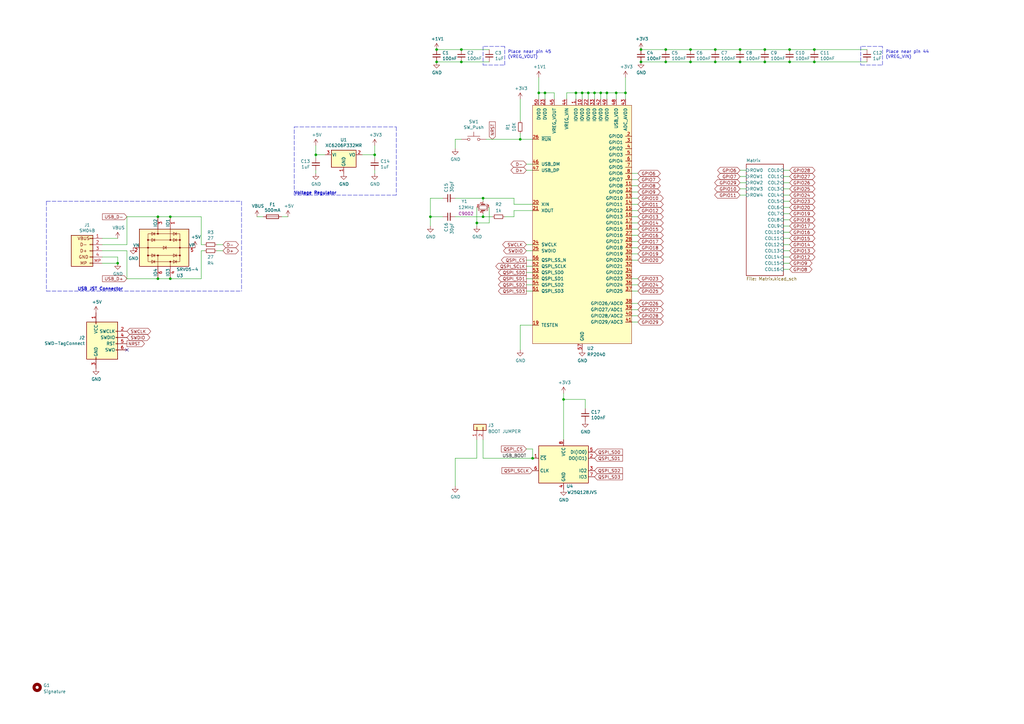
<source format=kicad_sch>
(kicad_sch (version 20211123) (generator eeschema)
  (paper "A3")
  (lib_symbols
    (symbol "Connector_Generic:Conn_01x02" (pin_names (offset 1.016) hide)
      (property "Reference" "J" (at 0 2.54 0))
      (property "Value" "Conn_01x02" (at 0 -5.08 0))
      (symbol "Conn_01x02_1_1"
        (rectangle (start -1.27 -2.413) (end 0 -2.667) (stroke (width 0.1524)))
        (rectangle (start -1.27 0.127) (end 0 -0.127) (stroke (width 0.1524)))
        (rectangle (start -1.27 1.27) (end 1.27 -3.81) (stroke (width 0.254)) (fill (type background)))
        (pin passive line (at -5.08 0 0) (length 3.81) (name "Pin_1") (number "1"))
        (pin passive line (at -5.08 -2.54 0) (length 3.81) (name "Pin_2") (number "2"))
      )
    )
    (symbol "Device:C_Small" (pin_numbers hide) (pin_names (offset 0.254) hide)
      (property "Reference" "C" (at 0.254 1.778 0))
      (property "Value" "C_Small" (at 0.254 -2.032 0))
      (symbol "C_Small_0_1"
        (polyline (pts (xy -1.524 -0.508) (xy 1.524 -0.508)) (stroke (width 0.3302)))
        (polyline (pts (xy -1.524 0.508) (xy 1.524 0.508)) (stroke (width 0.3048)))
      )
      (symbol "C_Small_1_1"
        (pin passive line (at 0 2.54 270) (length 2.032) (name "~") (number "1"))
        (pin passive line (at 0 -2.54 90) (length 2.032) (name "~") (number "2"))
      )
    )
    (symbol "Device:Crystal_GND24_Small" (pin_names (offset 1.016) hide)
      (property "Reference" "Y" (at 1.27 4.445 0))
      (property "Value" "Crystal_GND24_Small" (at 1.27 2.54 0))
      (symbol "Crystal_GND24_Small_0_1"
        (rectangle (start -0.762 -1.524) (end 0.762 1.524))
        (polyline (pts (xy -1.27 -0.762) (xy -1.27 0.762)) (stroke (width 0.381)))
        (polyline (pts (xy 1.27 -0.762) (xy 1.27 0.762)) (stroke (width 0.381)))
        (polyline (pts (xy -1.27 -1.27) (xy -1.27 -1.905) (xy 1.27 -1.905) (xy 1.27 -1.27)))
        (polyline (pts (xy -1.27 1.27) (xy -1.27 1.905) (xy 1.27 1.905) (xy 1.27 1.27)))
      )
      (symbol "Crystal_GND24_Small_1_1"
        (pin passive line (at -2.54 0 0) (length 1.27) (name "1") (number "1"))
        (pin passive line (at 0 -2.54 90) (length 0.635) (name "2") (number "2"))
        (pin passive line (at 2.54 0 180) (length 1.27) (name "3") (number "3"))
        (pin passive line (at 0 2.54 270) (length 0.635) (name "4") (number "4"))
      )
    )
    (symbol "Device:Fuse" (pin_numbers hide) (pin_names (offset 0))
      (property "Reference" "F" (at 2.032 0 90))
      (property "Value" "Fuse" (at -1.905 0 90))
      (symbol "Fuse_0_1"
        (rectangle (start -0.762 -2.54) (end 0.762 2.54) (stroke (width 0.254)))
        (polyline (pts (xy 0 2.54) (xy 0 -2.54)))
      )
      (symbol "Fuse_1_1"
        (pin passive line (at 0 3.81 270) (length 1.27) (name "~") (number "1"))
        (pin passive line (at 0 -3.81 90) (length 1.27) (name "~") (number "2"))
      )
    )
    (symbol "Device:R_Small" (pin_numbers hide) (pin_names (offset 0.254) hide)
      (property "Reference" "R" (at 0.762 0.508 0))
      (property "Value" "R_Small" (at 0.762 -1.016 0))
      (symbol "R_Small_0_1"
        (rectangle (start -0.762 1.778) (end 0.762 -1.778) (stroke (width 0.2032)))
      )
      (symbol "R_Small_1_1"
        (pin passive line (at 0 2.54 270) (length 0.762) (name "~") (number "1"))
        (pin passive line (at 0 -2.54 90) (length 0.762) (name "~") (number "2"))
      )
    )
    (symbol "Mechanical:MountingHole" (pin_names (offset 1.016))
      (property "Reference" "H" (at 0 5.08 0))
      (property "Value" "MountingHole" (at 0 3.175 0))
      (symbol "MountingHole_0_1"
        (circle (center 0 0) (radius 1.27) (stroke (width 1.27)))
      )
    )
    (symbol "Memory_Flash:W25Q32JVSS"
      (property "Reference" "U" (at -8.89 8.89 0))
      (property "Value" "W25Q32JVSS" (at 7.62 8.89 0))
      (symbol "W25Q32JVSS_0_1"
        (rectangle (start -10.16 7.62) (end 10.16 -7.62) (stroke (width 0.254)) (fill (type background)))
      )
      (symbol "W25Q32JVSS_1_1"
        (pin input line (at -12.7 2.54 0) (length 2.54) (name "~{CS}") (number "1"))
        (pin bidirectional line (at 12.7 2.54 180) (length 2.54) (name "DO(IO1)") (number "2"))
        (pin bidirectional line (at 12.7 -2.54 180) (length 2.54) (name "IO2") (number "3"))
        (pin power_in line (at 0 -10.16 90) (length 2.54) (name "GND") (number "4"))
        (pin bidirectional line (at 12.7 5.08 180) (length 2.54) (name "DI(IO0)") (number "5"))
        (pin input line (at -12.7 -2.54 0) (length 2.54) (name "CLK") (number "6"))
        (pin bidirectional line (at 12.7 -5.08 180) (length 2.54) (name "IO3") (number "7"))
        (pin power_in line (at 0 10.16 270) (length 2.54) (name "VCC") (number "8"))
      )
    )
    (symbol "Power_Protection:SRV05-4" (pin_names (offset 0))
      (property "Reference" "U" (at -5.08 11.43 0))
      (property "Value" "SRV05-4" (at 2.54 11.43 0))
      (symbol "SRV05-4_0_0"
        (rectangle (start -5.715 6.477) (end 5.715 -6.604))
        (polyline (pts (xy -3.175 -6.604) (xy -3.175 6.477)))
        (polyline (pts (xy 3.175 6.477) (xy 3.175 -6.604)))
      )
      (symbol "SRV05-4_0_1"
        (rectangle (start -7.62 10.16) (end 7.62 -10.16) (stroke (width 0.254)) (fill (type background)))
        (circle (center -5.715 -2.54) (radius 0.2794) (fill (type outline)))
        (circle (center -3.175 -6.604) (radius 0.2794) (fill (type outline)))
        (circle (center -3.175 2.54) (radius 0.2794) (fill (type outline)))
        (circle (center -3.175 6.477) (radius 0.2794) (fill (type outline)))
        (circle (center 0 -6.604) (radius 0.2794) (fill (type outline)))
        (polyline (pts (xy -7.747 2.54) (xy -3.175 2.54)))
        (polyline (pts (xy -7.62 -2.54) (xy -5.715 -2.54)))
        (polyline (pts (xy -5.08 -3.81) (xy -6.35 -3.81)))
        (polyline (pts (xy -5.08 5.08) (xy -6.35 5.08)))
        (polyline (pts (xy -2.54 -3.81) (xy -3.81 -3.81)))
        (polyline (pts (xy -2.54 5.08) (xy -3.81 5.08)))
        (polyline (pts (xy 0 10.16) (xy 0 -10.16)))
        (polyline (pts (xy 3.81 -3.81) (xy 2.54 -3.81)))
        (polyline (pts (xy 3.81 5.08) (xy 2.54 5.08)))
        (polyline (pts (xy 6.35 -3.81) (xy 5.08 -3.81)))
        (polyline (pts (xy 6.35 5.08) (xy 5.08 5.08)))
        (polyline (pts (xy 7.62 -2.54) (xy 3.175 -2.54)))
        (polyline (pts (xy 7.62 2.54) (xy 5.715 2.54)))
        (polyline (pts (xy 0.635 0.889) (xy -0.635 0.889) (xy -0.635 0.635)))
        (polyline (pts (xy -5.08 -5.08) (xy -6.35 -5.08) (xy -5.715 -3.81) (xy -5.08 -5.08)))
        (polyline (pts (xy -5.08 3.81) (xy -6.35 3.81) (xy -5.715 5.08) (xy -5.08 3.81)))
        (polyline (pts (xy -2.54 -5.08) (xy -3.81 -5.08) (xy -3.175 -3.81) (xy -2.54 -5.08)))
        (polyline (pts (xy -2.54 3.81) (xy -3.81 3.81) (xy -3.175 5.08) (xy -2.54 3.81)))
        (polyline (pts (xy 0.635 -0.381) (xy -0.635 -0.381) (xy 0 0.889) (xy 0.635 -0.381)))
        (polyline (pts (xy 3.81 -5.08) (xy 2.54 -5.08) (xy 3.175 -3.81) (xy 3.81 -5.08)))
        (polyline (pts (xy 3.81 3.81) (xy 2.54 3.81) (xy 3.175 5.08) (xy 3.81 3.81)))
        (polyline (pts (xy 6.35 -5.08) (xy 5.08 -5.08) (xy 5.715 -3.81) (xy 6.35 -5.08)))
        (polyline (pts (xy 6.35 3.81) (xy 5.08 3.81) (xy 5.715 5.08) (xy 6.35 3.81)))
        (circle (center 0 6.477) (radius 0.2794) (fill (type outline)))
        (circle (center 3.175 -6.604) (radius 0.2794) (fill (type outline)))
        (circle (center 3.175 -2.54) (radius 0.2794) (fill (type outline)))
        (circle (center 3.175 6.477) (radius 0.2794) (fill (type outline)))
        (circle (center 5.715 2.54) (radius 0.2794) (fill (type outline)))
      )
      (symbol "SRV05-4_1_1"
        (pin passive line (at -12.7 2.54 0) (length 5.08) (name "IO1") (number "1"))
        (pin passive line (at 0 -12.7 90) (length 2.54) (name "VN") (number "2"))
        (pin passive line (at -12.7 -2.54 0) (length 5.08) (name "IO2") (number "3"))
        (pin passive line (at 12.7 2.54 180) (length 5.08) (name "IO3") (number "4"))
        (pin passive line (at 0 12.7 270) (length 2.54) (name "VP") (number "5"))
        (pin passive line (at 12.7 -2.54 180) (length 5.08) (name "IO4") (number "6"))
      )
    )
    (symbol "Regulator_Linear:MCP1700-3302E_SOT23" (pin_names (offset 0.254))
      (property "Reference" "U" (at -3.81 3.175 0))
      (property "Value" "MCP1700-3302E_SOT23" (at 0 3.175 0))
      (symbol "MCP1700-3302E_SOT23_0_1"
        (rectangle (start -5.08 1.905) (end 5.08 -5.08) (stroke (width 0.254)) (fill (type background)))
      )
      (symbol "MCP1700-3302E_SOT23_1_1"
        (pin power_in line (at 0 -7.62 90) (length 2.54) (name "GND") (number "1"))
        (pin power_out line (at 7.62 0 180) (length 2.54) (name "VO") (number "2"))
        (pin power_in line (at -7.62 0 0) (length 2.54) (name "VI") (number "3"))
      )
    )
    (symbol "Switch:SW_Push" (pin_numbers hide) (pin_names (offset 1.016) hide)
      (property "Reference" "SW" (at 1.27 2.54 0))
      (property "Value" "SW_Push" (at 0 -1.524 0))
      (symbol "SW_Push_0_1"
        (circle (center -2.032 0) (radius 0.508))
        (polyline (pts (xy 0 1.27) (xy 0 3.048)))
        (polyline (pts (xy 2.54 1.27) (xy -2.54 1.27)))
        (circle (center 2.032 0) (radius 0.508))
        (pin passive line (at -5.08 0 0) (length 2.54) (name "1") (number "1"))
        (pin passive line (at 5.08 0 180) (length 2.54) (name "2") (number "2"))
      )
    )
    (symbol "power:+1V1" (power) (pin_names (offset 0))
      (property "Value" "+1V1" (at 0 3.556 0))
      (symbol "+1V1_0_1"
        (polyline (pts (xy -0.762 1.27) (xy 0 2.54)))
        (polyline (pts (xy 0 0) (xy 0 2.54)))
        (polyline (pts (xy 0 2.54) (xy 0.762 1.27)))
      )
      (symbol "+1V1_1_1"
        (pin power_in line (at 0 0 90) (length 0) hide (name "+1V1") (number "1"))
      )
    )
    (symbol "power:+3V3" (power) (pin_names (offset 0))
      (property "Value" "+3V3" (at 0 3.556 0))
      (symbol "+3V3_0_1"
        (polyline (pts (xy -0.762 1.27) (xy 0 2.54)))
        (polyline (pts (xy 0 0) (xy 0 2.54)))
        (polyline (pts (xy 0 2.54) (xy 0.762 1.27)))
      )
      (symbol "+3V3_1_1"
        (pin power_in line (at 0 0 90) (length 0) hide (name "+3V3") (number "1"))
      )
    )
    (symbol "power:+5V" (power) (pin_names (offset 0))
      (property "Value" "+5V" (at 0 3.556 0))
      (symbol "+5V_0_1"
        (polyline (pts (xy -0.762 1.27) (xy 0 2.54)))
        (polyline (pts (xy 0 0) (xy 0 2.54)))
        (polyline (pts (xy 0 2.54) (xy 0.762 1.27)))
      )
      (symbol "+5V_1_1"
        (pin power_in line (at 0 0 90) (length 0) hide (name "+5V") (number "1"))
      )
    )
    (symbol "power:GND" (power) (pin_names (offset 0))
      (property "Value" "GND" (at 0 -3.81 0))
      (symbol "GND_0_1"
        (polyline (pts (xy 0 0) (xy 0 -1.27) (xy 1.27 -1.27) (xy 0 -2.54) (xy -1.27 -1.27) (xy 0 -1.27)))
      )
      (symbol "GND_1_1"
        (pin power_in line (at 0 0 270) (length 0) hide (name "GND") (number "1"))
      )
    )
    (symbol "power:VBUS" (power) (pin_names (offset 0))
      (property "Value" "VBUS" (at 0 3.81 0))
      (symbol "VBUS_0_1"
        (polyline (pts (xy -0.762 1.27) (xy 0 2.54)))
        (polyline (pts (xy 0 0) (xy 0 2.54)))
        (polyline (pts (xy 0 2.54) (xy 0.762 1.27)))
      )
      (symbol "VBUS_1_1"
        (pin power_in line (at 0 0 90) (length 0) hide (name "VBUS") (number "1"))
      )
    )
    (symbol "random-keyboard-parts:RP2040" (pin_names (offset 1.016))
      (property "Reference" "U3" (at 3.81 -52.07 0))
      (property "Value" "RP2040" (at 6.35 -54.61 0))
      (symbol "RP2040_0_1"
        (rectangle (start -20.32 48.26) (end 20.32 -49.53) (fill (type background)))
      )
      (symbol "RP2040_1_1"
        (pin power_in line (at -2.54 50.8 270) (length 2.54) (name "IOVDD") (number "1"))
        (pin power_in line (at 0 50.8 270) (length 2.54) (name "IOVDD") (number "10"))
        (pin bidirectional line (at 20.32 15.24 180) (length 2.54) (name "GPIO8") (number "11"))
        (pin bidirectional line (at 20.32 12.7 180) (length 2.54) (name "GPIO9") (number "12"))
        (pin bidirectional line (at 20.32 10.16 180) (length 2.54) (name "GPIO10") (number "13"))
        (pin bidirectional line (at 20.32 7.62 180) (length 2.54) (name "GPIO11") (number "14"))
        (pin bidirectional line (at 20.32 5.08 180) (length 2.54) (name "GPIO12") (number "15"))
        (pin bidirectional line (at 20.32 2.54 180) (length 2.54) (name "GPIO13") (number "16"))
        (pin bidirectional line (at 20.32 0 180) (length 2.54) (name "GPIO14") (number "17"))
        (pin bidirectional line (at 20.32 -2.54 180) (length 2.54) (name "GPIO15") (number "18"))
        (pin power_in line (at -20.32 -41.91 0) (length 2.54) (name "TESTEN") (number "19"))
        (pin bidirectional line (at 20.32 35.56 180) (length 2.54) (name "GPIO0") (number "2"))
        (pin input line (at -20.32 7.62 0) (length 2.54) (name "XIN") (number "20"))
        (pin output line (at -20.32 5.08 0) (length 2.54) (name "XOUT") (number "21"))
        (pin power_in line (at 2.54 50.8 270) (length 2.54) (name "IOVDD") (number "22"))
        (pin power_in line (at -15.24 50.8 270) (length 2.54) (name "DVDD") (number "23"))
        (pin bidirectional line (at -20.32 -8.89 0) (length 2.54) (name "SWCLK") (number "24"))
        (pin bidirectional line (at -20.32 -11.43 0) (length 2.54) (name "SWDIO") (number "25"))
        (pin input line (at -20.32 34.29 0) (length 2.54) (name "~{RUN}") (number "26"))
        (pin bidirectional line (at 20.32 -5.08 180) (length 2.54) (name "GPIO16") (number "27"))
        (pin bidirectional line (at 20.32 -7.62 180) (length 2.54) (name "GPIO17") (number "28"))
        (pin bidirectional line (at 20.32 -10.16 180) (length 2.54) (name "GPIO18") (number "29"))
        (pin bidirectional line (at 20.32 33.02 180) (length 2.54) (name "GPIO1") (number "3"))
        (pin bidirectional line (at 20.32 -12.7 180) (length 2.54) (name "GPIO19") (number "30"))
        (pin bidirectional line (at 20.32 -15.24 180) (length 2.54) (name "GPIO20") (number "31"))
        (pin bidirectional line (at 20.32 -17.78 180) (length 2.54) (name "GPIO21") (number "32"))
        (pin power_in line (at 5.08 50.8 270) (length 2.54) (name "IOVDD") (number "33"))
        (pin bidirectional line (at 20.32 -20.32 180) (length 2.54) (name "GPIO22") (number "34"))
        (pin bidirectional line (at 20.32 -22.86 180) (length 2.54) (name "GPIO23") (number "35"))
        (pin bidirectional line (at 20.32 -25.4 180) (length 2.54) (name "GPIO24") (number "36"))
        (pin bidirectional line (at 20.32 -27.94 180) (length 2.54) (name "GPIO25") (number "37"))
        (pin bidirectional line (at 20.32 -33.02 180) (length 2.54) (name "GPIO26/ADC0") (number "38"))
        (pin bidirectional line (at 20.32 -35.56 180) (length 2.54) (name "GPIO27/ADC1") (number "39"))
        (pin bidirectional line (at 20.32 30.48 180) (length 2.54) (name "GPIO2") (number "4"))
        (pin bidirectional line (at 20.32 -38.1 180) (length 2.54) (name "GPIO28/ADC2") (number "40"))
        (pin bidirectional line (at 20.32 -40.64 180) (length 2.54) (name "GPIO29/ADC3") (number "41"))
        (pin power_in line (at 7.62 50.8 270) (length 2.54) (name "IOVDD") (number "42"))
        (pin power_in line (at 17.78 50.8 270) (length 2.54) (name "ADC_AVDD") (number "43"))
        (pin power_in line (at -6.35 50.8 270) (length 2.54) (name "VREG_VIN") (number "44"))
        (pin power_out line (at -11.43 50.8 270) (length 2.54) (name "VREG_VOUT") (number "45"))
        (pin bidirectional line (at -20.32 24.13 0) (length 2.54) (name "USB_DM") (number "46"))
        (pin bidirectional line (at -20.32 21.59 0) (length 2.54) (name "USB_DP") (number "47"))
        (pin power_in line (at 13.97 50.8 270) (length 2.54) (name "USB_VDD") (number "48"))
        (pin power_in line (at 10.16 50.8 270) (length 2.54) (name "IOVDD") (number "49"))
        (pin bidirectional line (at 20.32 27.94 180) (length 2.54) (name "GPIO3") (number "5"))
        (pin power_in line (at -17.78 50.8 270) (length 2.54) (name "DVDD") (number "50"))
        (pin bidirectional line (at -20.32 -27.94 0) (length 2.54) (name "QSPI_SD3") (number "51"))
        (pin bidirectional line (at -20.32 -17.78 0) (length 2.54) (name "QSPI_SCLK") (number "52"))
        (pin bidirectional line (at -20.32 -20.32 0) (length 2.54) (name "QSPI_SD0") (number "53"))
        (pin bidirectional line (at -20.32 -25.4 0) (length 2.54) (name "QSPI_SD2") (number "54"))
        (pin bidirectional line (at -20.32 -22.86 0) (length 2.54) (name "QSPI_SD1") (number "55"))
        (pin bidirectional line (at -20.32 -15.24 0) (length 2.54) (name "QSPI_SS_N") (number "56"))
        (pin power_in line (at 0 -52.07 90) (length 2.54) (name "GND") (number "57"))
        (pin bidirectional line (at 20.32 25.4 180) (length 2.54) (name "GPIO4") (number "6"))
        (pin bidirectional line (at 20.32 22.86 180) (length 2.54) (name "GPIO5") (number "7"))
        (pin bidirectional line (at 20.32 20.32 180) (length 2.54) (name "GPIO6") (number "8"))
        (pin bidirectional line (at 20.32 17.78 180) (length 2.54) (name "GPIO7") (number "9"))
      )
    )
    (symbol "random-keyboard-parts:SWD-TagConnect" (pin_names (offset 1.016))
      (property "Reference" "J" (at 0 10.16 0))
      (property "Value" "SWD-TagConnect" (at 0 -7.62 0))
      (symbol "SWD-TagConnect_0_1"
        (rectangle (start -2.667 -5.588) (end -2.413 -6.35))
        (rectangle (start -2.667 8.89) (end -2.413 8.128))
        (rectangle (start 6.35 -2.413) (end 5.588 -2.667))
        (rectangle (start 6.35 0.127) (end 5.588 -0.127))
        (rectangle (start 6.35 2.667) (end 5.588 2.413))
        (rectangle (start 6.35 5.207) (end 5.588 4.953))
        (rectangle (start 6.35 8.89) (end -6.35 -6.35) (stroke (width 0.254)) (fill (type background)))
      )
      (symbol "SWD-TagConnect_1_1"
        (pin power_in line (at -2.54 12.7 270) (length 3.81) (name "VCC") (number "1"))
        (pin passive line (at 10.16 5.08 180) (length 3.81) (name "SWCLK") (number "2"))
        (pin power_in line (at -2.54 -10.16 90) (length 3.81) (name "GND") (number "3"))
        (pin passive line (at 10.16 2.54 180) (length 3.81) (name "SWDIO") (number "4"))
        (pin passive line (at 10.16 0 180) (length 3.81) (name "RST") (number "5"))
        (pin passive line (at 10.16 -2.54 180) (length 3.81) (name "SWO") (number "6"))
      )
    )
    (symbol "random-keyboard-parts:ai03_Daughterboard_Connector" (pin_names (offset 1.016) hide)
      (property "Reference" "J" (at 0 5.08 0))
      (property "Value" "ai03_Daughterboard_Connector" (at 0 -10.16 0))
      (symbol "ai03_Daughterboard_Connector_0_0"
        (text "VBUS" (at 2.54 2.54 0) (effects (font (size 1.27 1.27))))
      )
      (symbol "ai03_Daughterboard_Connector_1_1"
        (rectangle (start -1.27 -7.493) (end 0 -7.747) (stroke (width 0.1524)))
        (rectangle (start -1.27 -4.953) (end 0 -5.207) (stroke (width 0.1524)))
        (rectangle (start -1.27 -2.413) (end 0 -2.667) (stroke (width 0.1524)))
        (rectangle (start -1.27 0.127) (end 0 -0.127) (stroke (width 0.1524)))
        (rectangle (start -1.27 2.667) (end 0 2.413) (stroke (width 0.1524)))
        (rectangle (start -1.27 3.81) (end 7.62 -8.89) (stroke (width 0.254)) (fill (type background)))
        (text "D+" (at 2.54 -2.54 0) (effects (font (size 1.27 1.27))))
        (text "D-" (at 2.54 0 0) (effects (font (size 1.27 1.27))))
        (text "GND" (at 2.54 -5.08 0) (effects (font (size 1.27 1.27))))
        (text "MP" (at 2.54 -7.62 0) (effects (font (size 1.27 1.27))))
        (pin power_in line (at -5.08 2.54 0) (length 3.81) (name "VBUS") (number "1"))
        (pin bidirectional line (at -5.08 0 0) (length 3.81) (name "D-") (number "2"))
        (pin bidirectional line (at -5.08 -2.54 0) (length 3.81) (name "D+") (number "3"))
        (pin power_in line (at -5.08 -5.08 0) (length 3.81) (name "GND") (number "4"))
        (pin passive line (at -5.08 -7.62 0) (length 3.81) (name "Mounting") (number "MP"))
      )
    )
  )
  (junction (at 220.98 38.1))
  (junction (at 248.92 38.1))
  (junction (at 213.36 57.15))
  (junction (at 273.05 25.4))
  (junction (at 323.85 25.4))
  (junction (at 195.58 91.44))
  (junction (at 48.26 107.95))
  (junction (at 273.05 20.32))
  (junction (at 241.3 38.1))
  (junction (at 218.44 187.96))
  (junction (at 129.54 63.5))
  (junction (at 252.73 38.1))
  (junction (at 283.21 20.32))
  (junction (at 179.07 25.4))
  (junction (at 153.67 63.5))
  (junction (at 262.89 20.32))
  (junction (at 243.84 38.1))
  (junction (at 313.69 25.4))
  (junction (at 293.37 25.4))
  (junction (at 256.54 38.1))
  (junction (at 283.21 25.4))
  (junction (at 189.23 20.32))
  (junction (at 238.76 38.1))
  (junction (at 236.22 38.1))
  (junction (at 246.38 38.1))
  (junction (at 69.85 114.3))
  (junction (at 262.89 25.4))
  (junction (at 334.01 25.4))
  (junction (at 323.85 20.32))
  (junction (at 293.37 20.32))
  (junction (at 198.12 88.9))
  (junction (at 303.53 25.4))
  (junction (at 64.77 114.3))
  (junction (at 313.69 20.32))
  (junction (at 189.23 25.4))
  (junction (at 223.52 38.1))
  (junction (at 231.14 163.83))
  (junction (at 64.77 88.9))
  (junction (at 334.01 20.32))
  (junction (at 303.53 20.32))
  (junction (at 176.53 88.9))
  (junction (at 179.07 20.32))
  (junction (at 198.12 81.28))
  (junction (at 69.85 88.9))
  (no_connect (at 52.07 143.51))
  (wire (pts (xy 213.36 40.64) (xy 213.36 49.53)))
  (wire (pts (xy 215.9 109.22) (xy 218.44 109.22)))
  (wire (pts (xy 227.33 38.1) (xy 227.33 40.64)))
  (wire (pts (xy 218.44 184.15) (xy 218.44 187.96)))
  (wire (pts (xy 259.08 73.66) (xy 261.62 73.66)))
  (wire (pts (xy 256.54 38.1) (xy 256.54 40.64)))
  (wire (pts (xy 303.53 74.93) (xy 306.07 74.93)))
  (wire (pts (xy 186.69 60.96) (xy 186.69 57.15)))
  (wire (pts (xy 334.01 25.4) (xy 323.85 25.4)))
  (wire (pts (xy 82.55 102.87) (xy 82.55 114.3)))
  (wire (pts (xy 41.91 100.33) (xy 52.07 100.33)))
  (wire (pts (xy 241.3 38.1) (xy 238.76 38.1)))
  (polyline (pts (xy 198.12 26.67) (xy 207.01 26.67)))
  (wire (pts (xy 259.08 78.74) (xy 261.62 78.74)))
  (wire (pts (xy 115.57 88.9) (xy 118.11 88.9)))
  (wire (pts (xy 321.31 74.93) (xy 323.85 74.93)))
  (wire (pts (xy 210.82 81.28) (xy 210.82 83.82)))
  (wire (pts (xy 199.39 57.15) (xy 213.36 57.15)))
  (wire (pts (xy 243.84 38.1) (xy 241.3 38.1)))
  (wire (pts (xy 321.31 69.85) (xy 323.85 69.85)))
  (wire (pts (xy 321.31 97.79) (xy 323.85 97.79)))
  (wire (pts (xy 334.01 25.4) (xy 355.6 25.4)))
  (wire (pts (xy 189.23 25.4) (xy 200.66 25.4)))
  (wire (pts (xy 195.58 91.44) (xy 200.66 91.44)))
  (wire (pts (xy 215.9 119.38) (xy 218.44 119.38)))
  (polyline (pts (xy 19.05 119.38) (xy 99.06 119.38)))
  (wire (pts (xy 321.31 100.33) (xy 323.85 100.33)))
  (wire (pts (xy 259.08 88.9) (xy 261.62 88.9)))
  (wire (pts (xy 91.44 100.33) (xy 88.9 100.33)))
  (wire (pts (xy 195.58 85.09) (xy 195.58 91.44)))
  (wire (pts (xy 153.67 59.69) (xy 153.67 63.5)))
  (wire (pts (xy 259.08 76.2) (xy 261.62 76.2)))
  (wire (pts (xy 41.91 107.95) (xy 48.26 107.95)))
  (wire (pts (xy 52.07 102.87) (xy 52.07 114.3)))
  (wire (pts (xy 303.53 69.85) (xy 306.07 69.85)))
  (wire (pts (xy 246.38 38.1) (xy 246.38 40.64)))
  (wire (pts (xy 82.55 102.87) (xy 83.82 102.87)))
  (wire (pts (xy 256.54 38.1) (xy 252.73 38.1)))
  (wire (pts (xy 240.03 163.83) (xy 240.03 167.64)))
  (wire (pts (xy 186.69 88.9) (xy 198.12 88.9)))
  (wire (pts (xy 303.53 80.01) (xy 306.07 80.01)))
  (wire (pts (xy 252.73 38.1) (xy 252.73 40.64)))
  (polyline (pts (xy 19.05 82.55) (xy 99.06 82.55)))
  (wire (pts (xy 82.55 88.9) (xy 82.55 100.33)))
  (wire (pts (xy 129.54 69.85) (xy 129.54 71.12)))
  (polyline (pts (xy 120.65 52.07) (xy 162.56 52.07)))
  (wire (pts (xy 52.07 114.3) (xy 64.77 114.3)))
  (wire (pts (xy 321.31 90.17) (xy 323.85 90.17)))
  (wire (pts (xy 293.37 20.32) (xy 303.53 20.32)))
  (wire (pts (xy 236.22 38.1) (xy 232.41 38.1)))
  (wire (pts (xy 176.53 88.9) (xy 181.61 88.9)))
  (wire (pts (xy 262.89 20.32) (xy 273.05 20.32)))
  (wire (pts (xy 207.01 88.9) (xy 210.82 88.9)))
  (wire (pts (xy 215.9 116.84) (xy 218.44 116.84)))
  (wire (pts (xy 215.9 111.76) (xy 218.44 111.76)))
  (wire (pts (xy 215.9 102.87) (xy 218.44 102.87)))
  (wire (pts (xy 231.14 163.83) (xy 231.14 180.34)))
  (wire (pts (xy 41.91 102.87) (xy 52.07 102.87)))
  (wire (pts (xy 210.82 86.36) (xy 210.82 88.9)))
  (wire (pts (xy 259.08 119.38) (xy 261.62 119.38)))
  (polyline (pts (xy 162.56 52.07) (xy 162.56 80.01)))
  (wire (pts (xy 259.08 124.46) (xy 261.62 124.46)))
  (wire (pts (xy 259.08 116.84) (xy 261.62 116.84)))
  (wire (pts (xy 64.77 114.3) (xy 69.85 114.3)))
  (wire (pts (xy 259.08 91.44) (xy 261.62 91.44)))
  (wire (pts (xy 189.23 20.32) (xy 179.07 20.32)))
  (wire (pts (xy 236.22 38.1) (xy 236.22 40.64)))
  (wire (pts (xy 215.9 100.33) (xy 218.44 100.33)))
  (wire (pts (xy 321.31 110.49) (xy 323.85 110.49)))
  (wire (pts (xy 52.07 88.9) (xy 64.77 88.9)))
  (wire (pts (xy 259.08 101.6) (xy 261.62 101.6)))
  (wire (pts (xy 88.9 102.87) (xy 91.44 102.87)))
  (wire (pts (xy 220.98 38.1) (xy 220.98 40.64)))
  (wire (pts (xy 198.12 187.96) (xy 218.44 187.96)))
  (polyline (pts (xy 207.01 19.05) (xy 198.12 19.05)))
  (wire (pts (xy 210.82 86.36) (xy 218.44 86.36)))
  (wire (pts (xy 215.9 67.31) (xy 218.44 67.31)))
  (wire (pts (xy 213.36 54.61) (xy 213.36 57.15)))
  (wire (pts (xy 259.08 71.12) (xy 261.62 71.12)))
  (wire (pts (xy 259.08 106.68) (xy 261.62 106.68)))
  (wire (pts (xy 259.08 96.52) (xy 261.62 96.52)))
  (wire (pts (xy 259.08 104.14) (xy 261.62 104.14)))
  (wire (pts (xy 176.53 88.9) (xy 176.53 92.71)))
  (wire (pts (xy 213.36 57.15) (xy 218.44 57.15)))
  (polyline (pts (xy 162.56 80.01) (xy 120.65 80.01)))
  (wire (pts (xy 259.08 114.3) (xy 261.62 114.3)))
  (wire (pts (xy 321.31 95.25) (xy 323.85 95.25)))
  (wire (pts (xy 259.08 99.06) (xy 261.62 99.06)))
  (wire (pts (xy 195.58 180.34) (xy 195.58 187.96)))
  (wire (pts (xy 82.55 114.3) (xy 69.85 114.3)))
  (wire (pts (xy 213.36 133.35) (xy 218.44 133.35)))
  (wire (pts (xy 259.08 129.54) (xy 261.62 129.54)))
  (wire (pts (xy 220.98 38.1) (xy 223.52 38.1)))
  (wire (pts (xy 189.23 20.32) (xy 200.66 20.32)))
  (wire (pts (xy 334.01 20.32) (xy 355.6 20.32)))
  (wire (pts (xy 210.82 83.82) (xy 218.44 83.82)))
  (wire (pts (xy 223.52 38.1) (xy 223.52 40.64)))
  (wire (pts (xy 186.69 81.28) (xy 198.12 81.28)))
  (wire (pts (xy 213.36 143.51) (xy 213.36 133.35)))
  (wire (pts (xy 321.31 105.41) (xy 323.85 105.41)))
  (wire (pts (xy 186.69 57.15) (xy 189.23 57.15)))
  (wire (pts (xy 153.67 63.5) (xy 148.59 63.5)))
  (wire (pts (xy 321.31 77.47) (xy 323.85 77.47)))
  (wire (pts (xy 129.54 64.77) (xy 129.54 63.5)))
  (polyline (pts (xy 207.01 26.67) (xy 207.01 19.05)))
  (wire (pts (xy 200.66 91.44) (xy 200.66 85.09)))
  (wire (pts (xy 64.77 88.9) (xy 69.85 88.9)))
  (wire (pts (xy 259.08 83.82) (xy 261.62 83.82)))
  (wire (pts (xy 248.92 38.1) (xy 246.38 38.1)))
  (wire (pts (xy 303.53 20.32) (xy 313.69 20.32)))
  (wire (pts (xy 283.21 25.4) (xy 273.05 25.4)))
  (wire (pts (xy 176.53 81.28) (xy 176.53 88.9)))
  (wire (pts (xy 238.76 38.1) (xy 236.22 38.1)))
  (wire (pts (xy 198.12 87.63) (xy 198.12 88.9)))
  (wire (pts (xy 259.08 86.36) (xy 261.62 86.36)))
  (wire (pts (xy 153.67 69.85) (xy 153.67 71.12)))
  (wire (pts (xy 198.12 82.55) (xy 198.12 81.28)))
  (wire (pts (xy 259.08 93.98) (xy 261.62 93.98)))
  (wire (pts (xy 303.53 25.4) (xy 293.37 25.4)))
  (wire (pts (xy 186.69 187.96) (xy 195.58 187.96)))
  (wire (pts (xy 220.98 31.75) (xy 220.98 38.1)))
  (wire (pts (xy 313.69 25.4) (xy 303.53 25.4)))
  (wire (pts (xy 241.3 38.1) (xy 241.3 40.64)))
  (wire (pts (xy 252.73 38.1) (xy 248.92 38.1)))
  (wire (pts (xy 321.31 92.71) (xy 323.85 92.71)))
  (polyline (pts (xy 120.65 80.01) (xy 120.65 52.07)))
  (wire (pts (xy 52.07 100.33) (xy 52.07 88.9)))
  (wire (pts (xy 215.9 69.85) (xy 218.44 69.85)))
  (wire (pts (xy 321.31 82.55) (xy 323.85 82.55)))
  (wire (pts (xy 232.41 38.1) (xy 232.41 40.64)))
  (wire (pts (xy 243.84 38.1) (xy 243.84 40.64)))
  (wire (pts (xy 293.37 25.4) (xy 283.21 25.4)))
  (wire (pts (xy 321.31 102.87) (xy 323.85 102.87)))
  (wire (pts (xy 321.31 107.95) (xy 323.85 107.95)))
  (wire (pts (xy 215.9 106.68) (xy 218.44 106.68)))
  (wire (pts (xy 195.58 91.44) (xy 195.58 92.71)))
  (wire (pts (xy 215.9 184.15) (xy 218.44 184.15)))
  (wire (pts (xy 231.14 161.29) (xy 231.14 163.83)))
  (polyline (pts (xy 19.05 82.55) (xy 19.05 119.38)))
  (wire (pts (xy 321.31 87.63) (xy 323.85 87.63)))
  (wire (pts (xy 321.31 85.09) (xy 323.85 85.09)))
  (polyline (pts (xy 361.95 19.05) (xy 353.06 19.05)))
  (wire (pts (xy 48.26 105.41) (xy 48.26 107.95)))
  (wire (pts (xy 248.92 38.1) (xy 248.92 40.64)))
  (wire (pts (xy 313.69 20.32) (xy 323.85 20.32)))
  (wire (pts (xy 41.91 105.41) (xy 48.26 105.41)))
  (wire (pts (xy 283.21 20.32) (xy 293.37 20.32)))
  (wire (pts (xy 215.9 114.3) (xy 218.44 114.3)))
  (wire (pts (xy 129.54 63.5) (xy 133.35 63.5)))
  (polyline (pts (xy 198.12 19.05) (xy 198.12 26.67)))
  (wire (pts (xy 238.76 38.1) (xy 238.76 40.64)))
  (polyline (pts (xy 361.95 26.67) (xy 361.95 19.05)))
  (wire (pts (xy 259.08 127) (xy 261.62 127)))
  (wire (pts (xy 129.54 59.69) (xy 129.54 63.5)))
  (wire (pts (xy 321.31 72.39) (xy 323.85 72.39)))
  (polyline (pts (xy 99.06 82.55) (xy 99.06 119.38)))
  (wire (pts (xy 41.91 97.79) (xy 48.26 97.79)))
  (wire (pts (xy 273.05 20.32) (xy 283.21 20.32)))
  (polyline (pts (xy 353.06 26.67) (xy 361.95 26.67)))
  (wire (pts (xy 198.12 81.28) (xy 210.82 81.28)))
  (wire (pts (xy 82.55 88.9) (xy 69.85 88.9)))
  (wire (pts (xy 256.54 31.75) (xy 256.54 38.1)))
  (wire (pts (xy 303.53 77.47) (xy 306.07 77.47)))
  (wire (pts (xy 198.12 180.34) (xy 198.12 187.96)))
  (wire (pts (xy 240.03 163.83) (xy 231.14 163.83)))
  (wire (pts (xy 303.53 72.39) (xy 306.07 72.39)))
  (wire (pts (xy 223.52 38.1) (xy 227.33 38.1)))
  (wire (pts (xy 273.05 25.4) (xy 262.89 25.4)))
  (wire (pts (xy 259.08 132.08) (xy 261.62 132.08)))
  (wire (pts (xy 201.93 88.9) (xy 198.12 88.9)))
  (wire (pts (xy 259.08 81.28) (xy 261.62 81.28)))
  (wire (pts (xy 153.67 63.5) (xy 153.67 64.77)))
  (wire (pts (xy 181.61 81.28) (xy 176.53 81.28)))
  (wire (pts (xy 323.85 25.4) (xy 313.69 25.4)))
  (wire (pts (xy 246.38 38.1) (xy 243.84 38.1)))
  (wire (pts (xy 323.85 20.32) (xy 334.01 20.32)))
  (polyline (pts (xy 353.06 19.05) (xy 353.06 26.67)))
  (wire (pts (xy 105.41 88.9) (xy 107.95 88.9)))
  (wire (pts (xy 321.31 80.01) (xy 323.85 80.01)))
  (wire (pts (xy 179.07 25.4) (xy 189.23 25.4)))
  (wire (pts (xy 186.69 187.96) (xy 186.69 199.39)))
  (wire (pts (xy 82.55 100.33) (xy 83.82 100.33)))
  (text "Voltage Regulator" (at 120.65 80.01 0) (effects (font (size 1.27 1.27) (thickness 0.254) bold) (justify left bottom)))
  (text "Place near pin 45\n(VREG_VOUT)" (at 208.28 24.13 0) (effects (font (size 1.27 1.27)) (justify left bottom)))
  (text "USB JST Connector" (at 31.75 119.38 0) (effects (font (size 1.27 1.27) (thickness 0.254) bold) (justify left bottom)))
  (text "Place near pin 44\n(VREG_VIN)" (at 363.22 24.13 0) (effects (font (size 1.27 1.27)) (justify left bottom)))
  (label "USB_BOOT" (at 215.9 187.96 180))
  (global_label "GPIO6" (shape bidirectional) (at 261.62 71.12 0) (property "Intersheet References" "${INTERSHEET_REFS}" (effects hide)))
  (global_label "GPIO28" (shape bidirectional) (at 323.85 69.85 0) (property "Intersheet References" "${INTERSHEET_REFS}" (effects hide)))
  (global_label "D-" (shape bidirectional) (at 215.9 67.31 180) (property "Intersheet References" "${INTERSHEET_REFS}" (effects hide)))
  (global_label "NRST" (shape output) (at 52.07 140.97 0) (property "Intersheet References" "${INTERSHEET_REFS}" (effects hide)))
  (global_label "GPIO11" (shape bidirectional) (at 303.53 80.01 180) (property "Intersheet References" "${INTERSHEET_REFS}" (effects hide)))
  (global_label "GPIO16" (shape bidirectional) (at 261.62 96.52 0) (property "Intersheet References" "${INTERSHEET_REFS}" (effects hide)))
  (global_label "GPIO12" (shape bidirectional) (at 261.62 86.36 0) (property "Intersheet References" "${INTERSHEET_REFS}" (effects hide)))
  (global_label "GPIO24" (shape bidirectional) (at 323.85 80.01 0) (property "Intersheet References" "${INTERSHEET_REFS}" (effects hide)))
  (global_label "GPIO12" (shape bidirectional) (at 323.85 105.41 0) (property "Intersheet References" "${INTERSHEET_REFS}" (effects hide)))
  (global_label "GPIO27" (shape bidirectional) (at 323.85 72.39 0) (property "Intersheet References" "${INTERSHEET_REFS}" (effects hide)))
  (global_label "GPIO27" (shape bidirectional) (at 261.62 127 0) (property "Intersheet References" "${INTERSHEET_REFS}" (effects hide)))
  (global_label "QSPI_CS" (shape input) (at 215.9 184.15 180) (property "Intersheet References" "${INTERSHEET_REFS}" (effects hide)))
  (global_label "GPIO14" (shape bidirectional) (at 323.85 100.33 0) (property "Intersheet References" "${INTERSHEET_REFS}" (effects hide)))
  (global_label "GPIO9" (shape bidirectional) (at 323.85 107.95 0) (property "Intersheet References" "${INTERSHEET_REFS}" (effects hide)))
  (global_label "GPIO9" (shape bidirectional) (at 261.62 78.74 0) (property "Intersheet References" "${INTERSHEET_REFS}" (effects hide)))
  (global_label "QSPI_SD2" (shape output) (at 215.9 116.84 180) (property "Intersheet References" "${INTERSHEET_REFS}" (effects hide)))
  (global_label "GPIO17" (shape bidirectional) (at 323.85 92.71 0) (property "Intersheet References" "${INTERSHEET_REFS}" (effects hide)))
  (global_label "GPIO8" (shape bidirectional) (at 261.62 76.2 0) (property "Intersheet References" "${INTERSHEET_REFS}" (effects hide)))
  (global_label "GPIO23" (shape bidirectional) (at 323.85 82.55 0) (property "Intersheet References" "${INTERSHEET_REFS}" (effects hide)))
  (global_label "GPIO18" (shape bidirectional) (at 323.85 90.17 0) (property "Intersheet References" "${INTERSHEET_REFS}" (effects hide)))
  (global_label "GPIO15" (shape bidirectional) (at 323.85 97.79 0) (property "Intersheet References" "${INTERSHEET_REFS}" (effects hide)))
  (global_label "GPIO7" (shape bidirectional) (at 303.53 72.39 180) (property "Intersheet References" "${INTERSHEET_REFS}" (effects hide)))
  (global_label "SWDIO" (shape bidirectional) (at 52.07 138.43 0) (property "Intersheet References" "${INTERSHEET_REFS}" (effects hide)))
  (global_label "GPIO18" (shape bidirectional) (at 261.62 101.6 0) (property "Intersheet References" "${INTERSHEET_REFS}" (effects hide)))
  (global_label "GPIO7" (shape bidirectional) (at 261.62 73.66 0) (property "Intersheet References" "${INTERSHEET_REFS}" (effects hide)))
  (global_label "QSPI_SD3" (shape input) (at 243.84 195.58 0) (property "Intersheet References" "${INTERSHEET_REFS}" (effects hide)))
  (global_label "QSPI_SCLK" (shape input) (at 218.44 193.04 180) (property "Intersheet References" "${INTERSHEET_REFS}" (effects hide)))
  (global_label "GPIO25" (shape bidirectional) (at 261.62 119.38 0) (property "Intersheet References" "${INTERSHEET_REFS}" (effects hide)))
  (global_label "D-" (shape bidirectional) (at 91.44 100.33 0) (property "Intersheet References" "${INTERSHEET_REFS}" (effects hide)))
  (global_label "GPIO19" (shape bidirectional) (at 261.62 104.14 0) (property "Intersheet References" "${INTERSHEET_REFS}" (effects hide)))
  (global_label "QSPI_SD1" (shape input) (at 243.84 187.96 0) (property "Intersheet References" "${INTERSHEET_REFS}" (effects hide)))
  (global_label "QSPI_SD3" (shape output) (at 215.9 119.38 180) (property "Intersheet References" "${INTERSHEET_REFS}" (effects hide)))
  (global_label "GPIO24" (shape bidirectional) (at 261.62 116.84 0) (property "Intersheet References" "${INTERSHEET_REFS}" (effects hide)))
  (global_label "SWCLK" (shape bidirectional) (at 215.9 100.33 180) (property "Intersheet References" "${INTERSHEET_REFS}" (effects hide)))
  (global_label "GPIO13" (shape bidirectional) (at 323.85 102.87 0) (property "Intersheet References" "${INTERSHEET_REFS}" (effects hide)))
  (global_label "GPIO25" (shape bidirectional) (at 323.85 77.47 0) (property "Intersheet References" "${INTERSHEET_REFS}" (effects hide)))
  (global_label "GPIO8" (shape bidirectional) (at 323.85 110.49 0) (property "Intersheet References" "${INTERSHEET_REFS}" (effects hide)))
  (global_label "GPIO13" (shape bidirectional) (at 261.62 88.9 0) (property "Intersheet References" "${INTERSHEET_REFS}" (effects hide)))
  (global_label "GPIO11" (shape bidirectional) (at 261.62 83.82 0) (property "Intersheet References" "${INTERSHEET_REFS}" (effects hide)))
  (global_label "QSPI_SD0" (shape input) (at 243.84 185.42 0) (property "Intersheet References" "${INTERSHEET_REFS}" (effects hide)))
  (global_label "GPIO19" (shape bidirectional) (at 323.85 87.63 0) (property "Intersheet References" "${INTERSHEET_REFS}" (effects hide)))
  (global_label "QSPI_SCLK" (shape output) (at 215.9 109.22 180) (property "Intersheet References" "${INTERSHEET_REFS}" (effects hide)))
  (global_label "QSPI_SD2" (shape input) (at 243.84 193.04 0) (property "Intersheet References" "${INTERSHEET_REFS}" (effects hide)))
  (global_label "GPIO26" (shape bidirectional) (at 323.85 74.93 0) (property "Intersheet References" "${INTERSHEET_REFS}" (effects hide)))
  (global_label "QSPI_SD1" (shape output) (at 215.9 114.3 180) (property "Intersheet References" "${INTERSHEET_REFS}" (effects hide)))
  (global_label "GPIO29" (shape bidirectional) (at 303.53 74.93 180) (property "Intersheet References" "${INTERSHEET_REFS}" (effects hide)))
  (global_label "GPIO10" (shape bidirectional) (at 303.53 77.47 180) (property "Intersheet References" "${INTERSHEET_REFS}" (effects hide)))
  (global_label "USB_D-" (shape input) (at 52.07 88.9 180) (property "Intersheet References" "${INTERSHEET_REFS}" (effects hide)))
  (global_label "SWDIO" (shape bidirectional) (at 215.9 102.87 180) (property "Intersheet References" "${INTERSHEET_REFS}" (effects hide)))
  (global_label "D+" (shape bidirectional) (at 215.9 69.85 180) (property "Intersheet References" "${INTERSHEET_REFS}" (effects hide)))
  (global_label "GPIO10" (shape bidirectional) (at 261.62 81.28 0) (property "Intersheet References" "${INTERSHEET_REFS}" (effects hide)))
  (global_label "GPIO26" (shape bidirectional) (at 261.62 124.46 0) (property "Intersheet References" "${INTERSHEET_REFS}" (effects hide)))
  (global_label "GPIO6" (shape bidirectional) (at 303.53 69.85 180) (property "Intersheet References" "${INTERSHEET_REFS}" (effects hide)))
  (global_label "GPIO28" (shape bidirectional) (at 261.62 129.54 0) (property "Intersheet References" "${INTERSHEET_REFS}" (effects hide)))
  (global_label "USB_D+" (shape input) (at 52.07 114.3 180) (property "Intersheet References" "${INTERSHEET_REFS}" (effects hide)))
  (global_label "GPIO20" (shape bidirectional) (at 323.85 85.09 0) (property "Intersheet References" "${INTERSHEET_REFS}" (effects hide)))
  (global_label "SWCLK" (shape bidirectional) (at 52.07 135.89 0) (property "Intersheet References" "${INTERSHEET_REFS}" (effects hide)))
  (global_label "QSPI_SD0" (shape output) (at 215.9 111.76 180) (property "Intersheet References" "${INTERSHEET_REFS}" (effects hide)))
  (global_label "QSPI_CS" (shape output) (at 215.9 106.68 180) (property "Intersheet References" "${INTERSHEET_REFS}" (effects hide)))
  (global_label "GPIO20" (shape bidirectional) (at 261.62 106.68 0) (property "Intersheet References" "${INTERSHEET_REFS}" (effects hide)))
  (global_label "GPIO29" (shape bidirectional) (at 261.62 132.08 0) (property "Intersheet References" "${INTERSHEET_REFS}" (effects hide)))
  (global_label "GPIO15" (shape bidirectional) (at 261.62 93.98 0) (property "Intersheet References" "${INTERSHEET_REFS}" (effects hide)))
  (global_label "D+" (shape bidirectional) (at 91.44 102.87 0) (property "Intersheet References" "${INTERSHEET_REFS}" (effects hide)))
  (global_label "NRST" (shape input) (at 201.93 57.15 90) (property "Intersheet References" "${INTERSHEET_REFS}" (effects hide)))
  (global_label "GPIO17" (shape bidirectional) (at 261.62 99.06 0) (property "Intersheet References" "${INTERSHEET_REFS}" (effects hide)))
  (global_label "GPIO16" (shape bidirectional) (at 323.85 95.25 0) (property "Intersheet References" "${INTERSHEET_REFS}" (effects hide)))
  (global_label "GPIO14" (shape bidirectional) (at 261.62 91.44 0) (property "Intersheet References" "${INTERSHEET_REFS}" (effects hide)))
  (global_label "GPIO23" (shape bidirectional) (at 261.62 114.3 0) (property "Intersheet References" "${INTERSHEET_REFS}" (effects hide)))
  (symbol (lib_id "power:+5V") (at 39.37 128.27 0) (unit 1)
    (property "Reference" "#PWR022" (effects hide))
    (property "Value" "+5V" (at 39.751 123.8758 0))
  )
  (symbol (lib_id "power:GND") (at 39.37 151.13 0) (unit 1)
    (property "Reference" "#PWR025" (effects hide))
    (property "Value" "GND" (at 39.497 155.5242 0))
  )
  (symbol (lib_id "power:VBUS") (at 48.26 97.79 0) (unit 1)
    (property "Reference" "#PWR018" (effects hide))
    (property "Value" "VBUS" (at 48.641 93.3958 0))
  )
  (symbol (lib_id "power:GND") (at 48.26 107.95 0) (unit 1)
    (property "Reference" "#PWR021" (effects hide))
    (property "Value" "GND" (at 48.387 112.3442 0))
  )
  (symbol (lib_id "Device:R_Small") (at 86.36 100.33 270) (unit 1)
    (property "Reference" "R3" (at 86.36 95.3516 90))
    (property "Value" "27" (at 86.36 97.663 90))
    (property "Footprint" "Resistor_SMD:R_0603_1608Metric" (effects hide))
  )
  (symbol (lib_id "Device:R_Small") (at 86.36 102.87 90) (mirror x) (unit 1)
    (property "Reference" "R4" (at 86.36 107.95 90))
    (property "Value" "27" (at 86.36 105.41 90))
    (property "Footprint" "Resistor_SMD:R_0603_1608Metric" (effects hide))
  )
  (symbol (lib_id "power:GND") (at 54.61 101.6 0) (unit 1)
    (property "Reference" "#PWR019" (effects hide))
    (property "Value" "GND" (at 54.737 105.9942 0))
  )
  (symbol (lib_id "power:VBUS") (at 105.41 88.9 0) (unit 1)
    (property "Reference" "#PWR014" (effects hide))
    (property "Value" "VBUS" (at 105.791 84.5058 0))
  )
  (symbol (lib_id "Device:Fuse") (at 111.76 88.9 270) (unit 1)
    (property "Reference" "F1" (at 111.76 83.8962 90))
    (property "Value" "500mA" (at 111.76 86.2076 90))
    (property "Footprint" "Fuse:Fuse_1206_3216Metric_Pad1.42x1.75mm_HandSolder" (effects hide))
  )
  (symbol (lib_id "power:+5V") (at 118.11 88.9 0) (unit 1)
    (property "Reference" "#PWR015" (effects hide))
    (property "Value" "+5V" (at 118.491 84.5058 0))
  )
  (symbol (lib_id "Power_Protection:SRV05-4") (at 67.31 101.6 270) (unit 1)
    (property "Reference" "U3" (at 72.39 113.03 90) (effects (justify left)))
    (property "Value" "SRV05-4" (at 72.39 110.49 90) (effects (justify left)))
    (property "Footprint" "Package_TO_SOT_SMD:SOT-23-6" (effects hide))
    (property "Datasheet" "http://www.onsemi.com/pub/Collateral/SRV05-4-D.PDF" (effects hide))
  )
  (symbol (lib_id "random-keyboard-parts:ai03_Daughterboard_Connector") (at 36.83 100.33 0) (mirror y) (unit 1)
    (property "Reference" "J1" (at 35.7378 92.2782 0))
    (property "Value" "SM04B" (at 35.7378 94.5896 0))
    (property "Footprint" "Connector_JST:JST_SH_SM04B-SRSS-TB_1x04-1MP_P1.00mm_Horizontal" (effects hide))
  )
  (symbol (lib_id "random-keyboard-parts:SWD-TagConnect") (at 41.91 140.97 0) (unit 1) (in_bom no)
    (property "Reference" "J2" (at 34.8234 138.5316 0) (effects (justify right)))
    (property "Value" "SWD-TagConnect" (at 34.8234 140.843 0) (effects (justify right)))
    (property "Footprint" "Connector:Tag-Connect_TC2030-IDC-NL_2x03_P1.27mm_Vertical" (effects hide))
    (property "Datasheet" " ~" (effects hide))
  )
  (symbol (lib_id "Memory_Flash:W25Q32JVSS") (at 231.14 190.5 0) (unit 1)
    (property "Reference" "U4" (at 233.68 199.39 0))
    (property "Value" "W25Q128JVS" (at 238.76 201.93 0))
    (property "Footprint" "Package_SO:SOIC-8_5.23x5.23mm_P1.27mm" (effects hide))
    (property "Datasheet" "http://www.winbond.com/resource-files/w25q32jv%20revg%2003272018%20plus.pdf" (effects hide))
  )
  (symbol (lib_id "Device:R_Small") (at 213.36 52.07 0) (mirror y) (unit 1)
    (property "Reference" "R1" (at 208.28 52.07 90))
    (property "Value" "10K" (at 210.82 52.07 90))
    (property "Footprint" "Resistor_SMD:R_0402_1005Metric" (effects hide))
  )
  (symbol (lib_id "power:+3V3") (at 213.36 40.64 0) (unit 1)
    (property "Reference" "#PWR07" (effects hide))
    (property "Value" "+3V3" (at 213.741 36.2458 0))
  )
  (symbol (lib_id "Device:Crystal_GND24_Small") (at 198.12 85.09 270) (unit 1)
    (property "Reference" "Y1" (at 189.23 82.55 90) (effects (justify left)))
    (property "Value" "12MHz" (at 187.96 85.09 90) (effects (justify left)))
    (property "Footprint" "Crystal:Crystal_SMD_3225-4Pin_3.2x2.5mm" (effects hide))
    (property "LCSC" "C9002" (at 187.96 87.63 90) (effects (justify left)))
  )
  (symbol (lib_id "Device:R_Small") (at 204.47 88.9 270) (mirror x) (unit 1)
    (property "Reference" "R2" (at 204.47 83.82 90))
    (property "Value" "1k" (at 204.47 86.36 90))
    (property "Footprint" "Resistor_SMD:R_0402_1005Metric" (effects hide))
  )
  (symbol (lib_id "Device:C_Small") (at 184.15 81.28 90) (unit 1)
    (property "Reference" "C15" (at 182.9816 78.9432 0) (effects (justify left)))
    (property "Value" "30pF" (at 185.293 78.9432 0) (effects (justify left)))
    (property "Footprint" "Capacitor_SMD:C_0402_1005Metric" (effects hide))
  )
  (symbol (lib_id "Device:C_Small") (at 184.15 88.9 90) (mirror x) (unit 1)
    (property "Reference" "C16" (at 182.9816 91.2368 0) (effects (justify left)))
    (property "Value" "30pF" (at 185.293 91.2368 0) (effects (justify left)))
    (property "Footprint" "Capacitor_SMD:C_0402_1005Metric" (effects hide))
  )
  (symbol (lib_id "power:GND") (at 176.53 92.71 0) (unit 1)
    (property "Reference" "#PWR016" (effects hide))
    (property "Value" "GND" (at 176.657 97.1042 0))
  )
  (symbol (lib_id "power:GND") (at 195.58 92.71 0) (unit 1)
    (property "Reference" "#PWR017" (effects hide))
    (property "Value" "GND" (at 195.707 97.1042 0))
  )
  (symbol (lib_id "Switch:SW_Push") (at 194.31 57.15 0) (unit 1)
    (property "Reference" "SW1" (at 194.31 49.911 0))
    (property "Value" "SW_Push" (at 194.31 52.2224 0))
    (property "Footprint" "Button_Switch_SMD:SW_SPST_TL3342" (effects hide))
  )
  (symbol (lib_id "power:GND") (at 186.69 60.96 0) (unit 1)
    (property "Reference" "#PWR010" (effects hide))
    (property "Value" "GND" (at 186.817 65.3542 0))
  )
  (symbol (lib_id "power:+3V3") (at 231.14 161.29 0) (unit 1)
    (property "Reference" "#PWR026" (effects hide))
    (property "Value" "+3V3" (at 231.521 156.8958 0))
  )
  (symbol (lib_id "power:GND") (at 238.76 143.51 0) (unit 1)
    (property "Reference" "#PWR024" (effects hide))
    (property "Value" "GND" (at 238.887 147.9042 0))
  )
  (symbol (lib_id "power:GND") (at 213.36 143.51 0) (unit 1)
    (property "Reference" "#PWR023" (effects hide))
    (property "Value" "GND" (at 213.487 147.9042 0))
  )
  (symbol (lib_id "power:GND") (at 231.14 200.66 0) (unit 1)
    (property "Reference" "#PWR029" (effects hide))
    (property "Value" "GND" (at 231.267 205.0542 0))
  )
  (symbol (lib_id "Regulator_Linear:MCP1700-3302E_SOT23") (at 140.97 63.5 0) (unit 1)
    (property "Reference" "U1" (at 140.97 57.3532 0))
    (property "Value" "XC6206P332MR" (at 140.97 59.6646 0))
    (property "Footprint" "Package_TO_SOT_SMD:SOT-23" (effects hide))
    (property "Datasheet" "http://ww1.microchip.com/downloads/en/DeviceDoc/20001826D.pdf" (effects hide))
  )
  (symbol (lib_id "power:GND") (at 140.97 71.12 0) (unit 1)
    (property "Reference" "#PWR012" (effects hide))
    (property "Value" "GND" (at 141.097 75.5142 0))
  )
  (symbol (lib_id "power:+5V") (at 129.54 59.69 0) (unit 1)
    (property "Reference" "#PWR08" (effects hide))
    (property "Value" "+5V" (at 129.921 55.2958 0))
  )
  (symbol (lib_id "power:+3V3") (at 153.67 59.69 0) (unit 1)
    (property "Reference" "#PWR09" (effects hide))
    (property "Value" "+3V3" (at 154.051 55.2958 0))
  )
  (symbol (lib_id "Device:C_Small") (at 129.54 67.31 0) (mirror x) (unit 1)
    (property "Reference" "C13" (at 127.2032 66.1416 0) (effects (justify right)))
    (property "Value" "1uF" (at 127.2032 68.453 0) (effects (justify right)))
    (property "Footprint" "Capacitor_SMD:C_0603_1608Metric" (effects hide))
  )
  (symbol (lib_id "power:GND") (at 129.54 71.12 0) (unit 1)
    (property "Reference" "#PWR011" (effects hide))
    (property "Value" "GND" (at 129.667 75.5142 0))
  )
  (symbol (lib_id "power:GND") (at 153.67 71.12 0) (unit 1)
    (property "Reference" "#PWR013" (effects hide))
    (property "Value" "GND" (at 153.797 75.5142 0))
  )
  (symbol (lib_id "Device:C_Small") (at 153.67 67.31 0) (unit 1)
    (property "Reference" "C14" (at 156.0068 66.1416 0) (effects (justify left)))
    (property "Value" "1uF" (at 156.0068 68.453 0) (effects (justify left)))
    (property "Footprint" "Capacitor_SMD:C_0603_1608Metric" (effects hide))
  )
  (symbol (lib_id "Device:C_Small") (at 262.89 22.86 0) (unit 1)
    (property "Reference" "C4" (at 265.2268 21.6916 0) (effects (justify left)))
    (property "Value" "100nF" (at 265.2268 24.003 0) (effects (justify left)))
    (property "Footprint" "Capacitor_SMD:C_0402_1005Metric" (effects hide))
  )
  (symbol (lib_id "power:+3V3") (at 262.89 20.32 0) (unit 1)
    (property "Reference" "#PWR02" (effects hide))
    (property "Value" "+3V3" (at 263.271 15.9258 0))
  )
  (symbol (lib_id "power:GND") (at 262.89 25.4 0) (unit 1)
    (property "Reference" "#PWR04" (effects hide))
    (property "Value" "GND" (at 263.017 29.7942 0))
  )
  (symbol (lib_id "Device:C_Small") (at 273.05 22.86 0) (unit 1)
    (property "Reference" "C5" (at 275.3868 21.6916 0) (effects (justify left)))
    (property "Value" "100nF" (at 275.3868 24.003 0) (effects (justify left)))
    (property "Footprint" "Capacitor_SMD:C_0402_1005Metric" (effects hide))
  )
  (symbol (lib_id "Device:C_Small") (at 283.21 22.86 0) (unit 1)
    (property "Reference" "C6" (at 285.5468 21.6916 0) (effects (justify left)))
    (property "Value" "100nF" (at 285.5468 24.003 0) (effects (justify left)))
    (property "Footprint" "Capacitor_SMD:C_0402_1005Metric" (effects hide))
  )
  (symbol (lib_id "Device:C_Small") (at 293.37 22.86 0) (unit 1)
    (property "Reference" "C7" (at 295.7068 21.6916 0) (effects (justify left)))
    (property "Value" "100nF" (at 295.7068 24.003 0) (effects (justify left)))
    (property "Footprint" "Capacitor_SMD:C_0402_1005Metric" (effects hide))
  )
  (symbol (lib_id "Device:C_Small") (at 303.53 22.86 0) (unit 1)
    (property "Reference" "C8" (at 305.8668 21.6916 0) (effects (justify left)))
    (property "Value" "100nF" (at 305.8668 24.003 0) (effects (justify left)))
    (property "Footprint" "Capacitor_SMD:C_0402_1005Metric" (effects hide))
  )
  (symbol (lib_id "Device:C_Small") (at 313.69 22.86 0) (unit 1)
    (property "Reference" "C9" (at 316.0268 21.6916 0) (effects (justify left)))
    (property "Value" "100nF" (at 316.0268 24.003 0) (effects (justify left)))
    (property "Footprint" "Capacitor_SMD:C_0402_1005Metric" (effects hide))
  )
  (symbol (lib_id "Device:C_Small") (at 323.85 22.86 0) (unit 1)
    (property "Reference" "C10" (at 326.1868 21.6916 0) (effects (justify left)))
    (property "Value" "100nF" (at 326.1868 24.003 0) (effects (justify left)))
    (property "Footprint" "Capacitor_SMD:C_0402_1005Metric" (effects hide))
  )
  (symbol (lib_id "Device:C_Small") (at 334.01 22.86 0) (unit 1)
    (property "Reference" "C11" (at 336.3468 21.6916 0) (effects (justify left)))
    (property "Value" "100nF" (at 336.3468 24.003 0) (effects (justify left)))
    (property "Footprint" "Capacitor_SMD:C_0402_1005Metric" (effects hide))
  )
  (symbol (lib_id "power:+1V1") (at 179.07 20.32 0) (unit 1)
    (property "Reference" "#PWR01" (effects hide))
    (property "Value" "+1V1" (at 179.451 15.9258 0))
  )
  (symbol (lib_id "Device:C_Small") (at 179.07 22.86 0) (unit 1)
    (property "Reference" "C1" (at 181.4068 21.6916 0) (effects (justify left)))
    (property "Value" "100nF" (at 181.4068 24.003 0) (effects (justify left)))
    (property "Footprint" "Capacitor_SMD:C_0402_1005Metric" (effects hide))
  )
  (symbol (lib_id "power:GND") (at 179.07 25.4 0) (unit 1)
    (property "Reference" "#PWR03" (effects hide))
    (property "Value" "GND" (at 179.197 29.7942 0))
  )
  (symbol (lib_id "Device:C_Small") (at 189.23 22.86 0) (unit 1)
    (property "Reference" "C2" (at 191.5668 21.6916 0) (effects (justify left)))
    (property "Value" "100nF" (at 191.5668 24.003 0) (effects (justify left)))
    (property "Footprint" "Capacitor_SMD:C_0402_1005Metric" (effects hide))
  )
  (symbol (lib_id "Device:C_Small") (at 355.6 22.86 0) (unit 1)
    (property "Reference" "C12" (at 357.9368 21.6916 0) (effects (justify left)))
    (property "Value" "1uF" (at 357.9368 24.003 0) (effects (justify left)))
    (property "Footprint" "Capacitor_SMD:C_0603_1608Metric" (effects hide))
  )
  (symbol (lib_id "Device:C_Small") (at 200.66 22.86 0) (unit 1)
    (property "Reference" "C3" (at 202.9968 21.6916 0) (effects (justify left)))
    (property "Value" "1uF" (at 202.9968 24.003 0) (effects (justify left)))
    (property "Footprint" "Capacitor_SMD:C_0603_1608Metric" (effects hide))
  )
  (symbol (lib_id "Device:C_Small") (at 240.03 170.18 0) (unit 1)
    (property "Reference" "C17" (at 242.3668 169.0116 0) (effects (justify left)))
    (property "Value" "100nF" (at 242.3668 171.323 0) (effects (justify left)))
    (property "Footprint" "Capacitor_SMD:C_0402_1005Metric" (effects hide))
  )
  (symbol (lib_id "power:GND") (at 240.03 172.72 0) (unit 1)
    (property "Reference" "#PWR027" (effects hide))
    (property "Value" "GND" (at 240.157 177.1142 0))
  )
  (symbol (lib_id "Mechanical:MountingHole") (at 15.24 281.94 0) (unit 1) (in_bom no)
    (property "Reference" "G1" (at 17.78 281.1053 0) (effects (justify left)))
    (property "Value" "Signature" (at 17.78 283.6422 0) (effects (justify left)))
    (property "Footprint" "Ramon:Signature" (effects hide))
  )
  (symbol (lib_id "power:+1V1") (at 220.98 31.75 0) (unit 1)
    (property "Reference" "#PWR05" (effects hide))
    (property "Value" "+1V1" (at 221.361 27.3558 0))
  )
  (symbol (lib_id "Connector_Generic:Conn_01x02") (at 195.58 175.26 90) (unit 1) (in_bom no)
    (property "Reference" "J3" (at 200.152 174.4253 90) (effects (justify right)))
    (property "Value" "BOOT JUMPER" (at 200.152 176.9622 90) (effects (justify right)))
    (property "Footprint" "Connector_PinSocket_2.54mm:PinSocket_1x02_P2.54mm_Vertical" (effects hide))
  )
  (symbol (lib_id "power:+5V") (at 80.01 101.6 0) (unit 1)
    (property "Reference" "#PWR020" (effects hide))
    (property "Value" "+5V" (at 80.391 97.2058 0))
  )
  (symbol (lib_id "power:GND") (at 186.69 199.39 0) (unit 1)
    (property "Reference" "#PWR028" (effects hide))
    (property "Value" "GND" (at 186.817 203.7842 0))
  )
  (symbol (lib_id "power:+3V3") (at 256.54 31.75 0) (unit 1)
    (property "Reference" "#PWR06" (effects hide))
    (property "Value" "+3V3" (at 256.921 27.3558 0))
  )
  (symbol (lib_id "random-keyboard-parts:RP2040") (at 238.76 91.44 0) (unit 1)
    (property "Reference" "U2" (at 240.7794 142.8734 0) (effects (justify left)))
    (property "Value" "RP2040" (at 240.7794 145.4103 0) (effects (justify left)))
    (property "Footprint" "random-keyboard-parts:RP2040-QFN-56" (effects hide))
  )
  (sheet (at 306.07 67.31) (size 15.24 45.72)
    (property "Sheet name" "Matrix" (at 306.07 66.5984 0) (effects (justify left bottom)))
    (property "Sheet file" "Matrix.kicad_sch" (at 306.07 113.6146 0) (effects (justify left top)))
    (pin "COL15" input (at 321.31 107.95 0))
    (pin "COL16" input (at 321.31 110.49 0))
    (pin "COL13" input (at 321.31 102.87 0))
    (pin "COL14" input (at 321.31 105.41 0))
    (pin "COL11" input (at 321.31 97.79 0))
    (pin "COL12" input (at 321.31 100.33 0))
    (pin "COL7" input (at 321.31 87.63 0))
    (pin "COL10" input (at 321.31 95.25 0))
    (pin "COL8" input (at 321.31 90.17 0))
    (pin "COL9" input (at 321.31 92.71 0))
    (pin "COL6" input (at 321.31 85.09 0))
    (pin "COL4" input (at 321.31 80.01 0))
    (pin "COL5" input (at 321.31 82.55 0))
    (pin "ROW0" input (at 306.07 69.85 180))
    (pin "ROW1" input (at 306.07 72.39 180))
    (pin "ROW2" input (at 306.07 74.93 180))
    (pin "COL3" input (at 321.31 77.47 0))
    (pin "COL0" input (at 321.31 69.85 0))
    (pin "COL1" input (at 321.31 72.39 0))
    (pin "COL2" input (at 321.31 74.93 0))
    (pin "ROW4" input (at 306.07 80.01 180))
    (pin "ROW3" input (at 306.07 77.47 180))
  )
)
</source>
